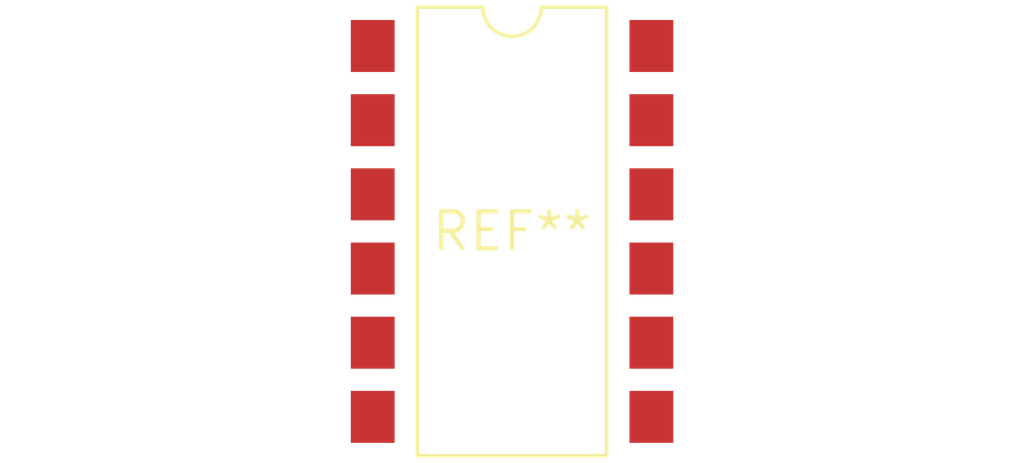
<source format=kicad_pcb>
(kicad_pcb (version 20240108) (generator pcbnew)
  (layers (0 "F.Cu" signal) (31 "B.Cu" signal) (34 "B.Paste" user) (35 "F.Paste" user) (36 "B.SilkS" user "B.Silkscreen") (37 "F.SilkS" user "F.Silkscreen") (38 "B.Mask" user) (39 "F.Mask" user) (44 "Edge.Cuts" user))
  (net 0 "")
  (footprint "SMDIP-12_W9.53mm_Clearance8mm" (layer "F.Cu") (at 0 0)
    (property "Reference" "REF**")
    (property "Value" "SMDIP-12_W9.53mm_Clearance8mm")
    (fp_line (start -3.235 -7.68) (end -3.235 7.68) (layer "F.SilkS") (stroke (width 0.12)))
    (fp_line (start -3.235 7.68) (end 3.235 7.68) (layer "F.SilkS") (stroke (width 0.12)))
    (fp_line (start -1 -7.68) (end -3.235 -7.68) (layer "F.SilkS") (stroke (width 0.12)))
    (fp_line (start 3.235 -7.68) (end 1 -7.68) (layer "F.SilkS") (stroke (width 0.12)))
    (fp_line (start 3.235 7.68) (end 3.235 -7.68) (layer "F.SilkS") (stroke (width 0.12)))
    (fp_arc (start 1 -7.68) (mid 0 -6.68) (end -1 -7.68) (layer "F.SilkS") (stroke (width 0.12)))
    (pad "1" smd rect (at -4.765 -6.35) (size 1.5 1.78) (layers "F.Cu" "F.Paste" "F.Mask"))
    (pad "2" smd rect (at -4.765 -3.81) (size 1.5 1.78) (layers "F.Cu" "F.Paste" "F.Mask"))
    (pad "3" smd rect (at -4.765 -1.27) (size 1.5 1.78) (layers "F.Cu" "F.Paste" "F.Mask"))
    (pad "4" smd rect (at -4.765 1.27) (size 1.5 1.78) (layers "F.Cu" "F.Paste" "F.Mask"))
    (pad "5" smd rect (at -4.765 3.81) (size 1.5 1.78) (layers "F.Cu" "F.Paste" "F.Mask"))
    (pad "6" smd rect (at -4.765 6.35) (size 1.5 1.78) (layers "F.Cu" "F.Paste" "F.Mask"))
    (pad "7" smd rect (at 4.765 6.35) (size 1.5 1.78) (layers "F.Cu" "F.Paste" "F.Mask"))
    (pad "8" smd rect (at 4.765 3.81) (size 1.5 1.78) (layers "F.Cu" "F.Paste" "F.Mask"))
    (pad "9" smd rect (at 4.765 1.27) (size 1.5 1.78) (layers "F.Cu" "F.Paste" "F.Mask"))
    (pad "10" smd rect (at 4.765 -1.27) (size 1.5 1.78) (layers "F.Cu" "F.Paste" "F.Mask"))
    (pad "11" smd rect (at 4.765 -3.81) (size 1.5 1.78) (layers "F.Cu" "F.Paste" "F.Mask"))
    (pad "12" smd rect (at 4.765 -6.35) (size 1.5 1.78) (layers "F.Cu" "F.Paste" "F.Mask"))
  )
)
</source>
